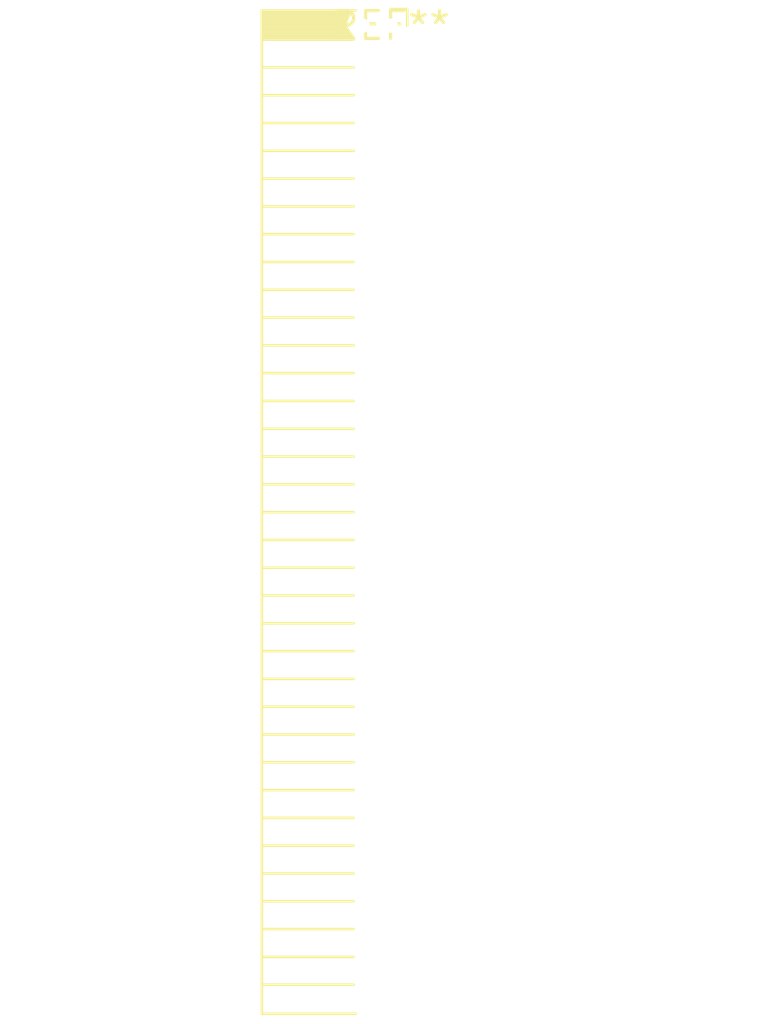
<source format=kicad_pcb>
(kicad_pcb (version 20240108) (generator pcbnew)
  (layers (0 "F.Cu" signal) (31 "B.Cu" signal) (34 "B.Paste" user) (35 "F.Paste" user) (36 "B.SilkS" user "B.Silkscreen") (37 "F.SilkS" user "F.Silkscreen") (38 "B.Mask" user) (39 "F.Mask" user) (44 "Edge.Cuts" user))
  (net 0 "")
  (footprint "PinSocket_2x36_P1.27mm_Horizontal" (layer "F.Cu") (at 0 0)
    (property "Reference" "REF**")
    (property "Value" "PinSocket_2x36_P1.27mm_Horizontal")
    (fp_line (start -5.88 -0.695) (end -5.88 45.145) (layer "F.SilkS") (stroke (width 0.12)))
    (fp_line (start -5.88 -0.695) (end -1.57753 -0.695) (layer "F.SilkS") (stroke (width 0.12)))
    (fp_line (start -5.88 -0.575) (end -1.766966 -0.575) (layer "F.SilkS") (stroke (width 0.12)))
    (fp_line (start -5.88 -0.465) (end -1.871145 -0.465) (layer "F.SilkS") (stroke (width 0.12)))
    (fp_line (start -5.88 -0.355) (end -1.941993 -0.355) (layer "F.SilkS") (stroke (width 0.12)))
    (fp_line (start -5.88 -0.245) (end -1.989427 -0.245) (layer "F.SilkS") (stroke (width 0.12)))
    (fp_line (start -5.88 -0.135) (end -2.017914 -0.135) (layer "F.SilkS") (stroke (width 0.12)))
    (fp_line (start -5.88 -0.025) (end -2.029589 -0.025) (layer "F.SilkS") (stroke (width 0.12)))
    (fp_line (start -5.88 0.085) (end -2.025232 0.085) (layer "F.SilkS") (stroke (width 0.12)))
    (fp_line (start -5.88 0.195) (end -2.004558 0.195) (layer "F.SilkS") (stroke (width 0.12)))
    (fp_line (start -5.88 0.305) (end -1.966114 0.305) (layer "F.SilkS") (stroke (width 0.12)))
    (fp_line (start -5.88 0.415) (end -1.906691 0.415) (layer "F.SilkS") (stroke (width 0.12)))
    (fp_line (start -5.88 0.525) (end -1.819523 0.525) (layer "F.SilkS") (stroke (width 0.12)))
    (fp_line (start -5.88 0.635) (end -1.687582 0.635) (layer "F.SilkS") (stroke (width 0.12)))
    (fp_line (start -5.88 1.905) (end -1.687582 1.905) (layer "F.SilkS") (stroke (width 0.12)))
    (fp_line (start -5.88 3.175) (end -1.687582 3.175) (layer "F.SilkS") (stroke (width 0.12)))
    (fp_line (start -5.88 4.445) (end -1.687582 4.445) (layer "F.SilkS") (stroke (width 0.12)))
    (fp_line (start -5.88 5.715) (end -1.687582 5.715) (layer "F.SilkS") (stroke (width 0.12)))
    (fp_line (start -5.88 6.985) (end -1.687582 6.985) (layer "F.SilkS") (stroke (width 0.12)))
    (fp_line (start -5.88 8.255) (end -1.687582 8.255) (layer "F.SilkS") (stroke (width 0.12)))
    (fp_line (start -5.88 9.525) (end -1.687582 9.525) (layer "F.SilkS") (stroke (width 0.12)))
    (fp_line (start -5.88 10.795) (end -1.687582 10.795) (layer "F.SilkS") (stroke (width 0.12)))
    (fp_line (start -5.88 12.065) (end -1.687582 12.065) (layer "F.SilkS") (stroke (width 0.12)))
    (fp_line (start -5.88 13.335) (end -1.687582 13.335) (layer "F.SilkS") (stroke (width 0.12)))
    (fp_line (start -5.88 14.605) (end -1.687582 14.605) (layer "F.SilkS") (stroke (width 0.12)))
    (fp_line (start -5.88 15.875) (end -1.687582 15.875) (layer "F.SilkS") (stroke (width 0.12)))
    (fp_line (start -5.88 17.145) (end -1.687582 17.145) (layer "F.SilkS") (stroke (width 0.12)))
    (fp_line (start -5.88 18.415) (end -1.687582 18.415) (layer "F.SilkS") (stroke (width 0.12)))
    (fp_line (start -5.88 19.685) (end -1.687582 19.685) (layer "F.SilkS") (stroke (width 0.12)))
    (fp_line (start -5.88 20.955) (end -1.687582 20.955) (layer "F.SilkS") (stroke (width 0.12)))
    (fp_line (start -5.88 22.225) (end -1.687582 22.225) (layer "F.SilkS") (stroke (width 0.12)))
    (fp_line (start -5.88 23.495) (end -1.687582 23.495) (layer "F.SilkS") (stroke (width 0.12)))
    (fp_line (start -5.88 24.765) (end -1.687582 24.765) (layer "F.SilkS") (stroke (width 0.12)))
    (fp_line (start -5.88 26.035) (end -1.687582 26.035) (layer "F.SilkS") (stroke (width 0.12)))
    (fp_line (start -5.88 27.305) (end -1.687582 27.305) (layer "F.SilkS") (stroke (width 0.12)))
    (fp_line (start -5.88 28.575) (end -1.687582 28.575) (layer "F.SilkS") (stroke (width 0.12)))
    (fp_line (start -5.88 29.845) (end -1.687582 29.845) (layer "F.SilkS") (stroke (width 0.12)))
    (fp_line (start -5.88 31.115) (end -1.687582 31.115) (layer "F.SilkS") (stroke (width 0.12)))
    (fp_line (start -5.88 32.385) (end -1.687582 32.385) (layer "F.SilkS") (stroke (width 0.12)))
    (fp_line (start -5.88 33.655) (end -1.687582 33.655) (layer "F.SilkS") (stroke (width 0.12)))
    (fp_line (start -5.88 34.925) (end -1.687582 34.925) (layer "F.SilkS") (stroke (width 0.12)))
    (fp_line (start -5.88 36.195) (end -1.687582 36.195) (layer "F.SilkS") (stroke (width 0.12)))
    (fp_line (start -5.88 37.465) (end -1.687582 37.465) (layer "F.SilkS") (stroke (width 0.12)))
    (fp_line (start -5.88 38.735) (end -1.687582 38.735) (layer "F.SilkS") (stroke (width 0.12)))
    (fp_line (start -5.88 40.005) (end -1.687582 40.005) (layer "F.SilkS") (stroke (width 0.12)))
    (fp_line (start -5.88 41.275) (end -1.687582 41.275) (layer "F.SilkS") (stroke (width 0.12)))
    (fp_line (start -5.88 42.545) (end -1.687582 42.545) (layer "F.SilkS") (stroke (width 0.12)))
    (fp_line (start -5.88 43.815) (end -1.687582 43.815) (layer "F.SilkS") (stroke (width 0.12)))
    (fp_line (start -5.88 45.145) (end -1.57753 45.145) (layer "F.SilkS") (stroke (width 0.12)))
    (fp_line (start 0 -0.76) (end 0.76 -0.76) (layer "F.SilkS") (stroke (width 0.12)))
    (fp_line (start 0.76 -0.76) (end 0.76 0) (layer "F.SilkS") (stroke (width 0.12)))
    (pad "1" thru_hole rect (at 0 0) (size 1 1) (drill 0.65) (layers *.Cu *.Mask) (remove_unused_layers))
    (pad "2" thru_hole oval (at -1.27 0) (size 1 1) (drill 0.65) (layers *.Cu *.Mask) (remove_unused_layers))
    (pad "3" thru_hole oval (at 0 1.27) (size 1 1) (drill 0.65) (layers *.Cu *.Mask) (remove_unused_layers))
    (pad "4" thru_hole oval (at -1.27 1.27) (size 1 1) (drill 0.65) (layers *.Cu *.Mask) (remove_unused_layers))
    (pad "5" thru_hole oval (at 0 2.54) (size 1 1) (drill 0.65) (layers *.Cu *.Mask) (remove_unused_layers))
    (pad "6" thru_hole oval (at -1.27 2.54) (size 1 1) (drill 0.65) (layers *.Cu *.Mask) (remove_unused_layers))
    (pad "7" thru_hole oval (at 0 3.81) (size 1 1) (drill 0.65) (layers *.Cu *.Mask) (remove_unused_layers))
    (pad "8" thru_hole oval (at -1.27 3.81) (size 1 1) (drill 0.65) (layers *.Cu *.Mask) (remove_unused_layers))
    (pad "9" thru_hole oval (at 0 5.08) (size 1 1) (drill 0.65) (layers *.Cu *.Mask) (remove_unused_layers))
    (pad "10" thru_hole oval (at -1.27 5.08) (size 1 1) (drill 0.65) (layers *.Cu *.Mask) (remove_unused_layers))
    (pad "11" thru_hole oval (at 0 6.35) (size 1 1) (drill 0.65) (layers *.Cu *.Mask) (remove_unused_layers))
    (pad "12" thru_hole oval (at -1.27 6.35) (size 1 1) (drill 0.65) (layers *.Cu *.Mask) (remove_unused_layers))
    (pad "13" thru_hole oval (at 0 7.62) (size 1 1) (drill 0.65) (layers *.Cu *.Mask) (remove_unused_layers))
    (pad "14" thru_hole oval (at -1.27 7.62) (size 1 1) (drill 0.65) (layers *.Cu *.Mask) (remove_unused_layers))
    (pad "15" thru_hole oval (at 0 8.89) (size 1 1) (drill 0.65) (layers *.Cu *.Mask) (remove_unused_layers))
    (pad "16" thru_hole oval (at -1.27 8.89) (size 1 1) (drill 0.65) (layers *.Cu *.Mask) (remove_unused_layers))
    (pad "17" thru_hole oval (at 0 10.16) (size 1 1) (drill 0.65) (layers *.Cu *.Mask) (remove_unused_layers))
    (pad "18" thru_hole oval (at -1.27 10.16) (size 1 1) (drill 0.65) (layers *.Cu *.Mask) (remove_unused_layers))
    (pad "19" thru_hole oval (at 0 11.43) (size 1 1) (drill 0.65) (layers *.Cu *.Mask) (remove_unused_layers))
    (pad "20" thru_hole oval (at -1.27 11.43) (size 1 1) (drill 0.65) (layers *.Cu *.Mask) (remove_unused_layers))
    (pad "21" thru_hole oval (at 0 12.7) (size 1 1) (drill 0.65) (layers *.Cu *.Mask) (remove_unused_layers))
    (pad "22" thru_hole oval (at -1.27 12.7) (size 1 1) (drill 0.65) (layers *.Cu *.Mask) (remove_unused_layers))
    (pad "23" thru_hole oval (at 0 13.97) (size 1 1) (drill 0.65) (layers *.Cu *.Mask) (remove_unused_layers))
    (pad "24" thru_hole oval (at -1.27 13.97) (size 1 1) (drill 0.65) (layers *.Cu *.Mask) (remove_unused_layers))
    (pad "25" thru_hole oval (at 0 15.24) (size 1 1) (drill 0.65) (layers *.Cu *.Mask) (remove_unused_layers))
    (pad "26" thru_hole oval (at -1.27 15.24) (size 1 1) (drill 0.65) (layers *.Cu *.Mask) (remove_unused_layers))
    (pad "27" thru_hole oval (at 0 16.51) (size 1 1) (drill 0.65) (layers *.Cu *.Mask) (remove_unused_layers))
    (pad "28" thru_hole oval (at -1.27 16.51) (size 1 1) (drill 0.65) (layers *.Cu *.Mask) (remove_unused_layers))
    (pad "29" thru_hole oval (at 0 17.78) (size 1 1) (drill 0.65) (layers *.Cu *.Mask) (remove_unused_layers))
    (pad "30" thru_hole oval (at -1.27 17.78) (size 1 1) (drill 0.65) (layers *.Cu *.Mask) (remove_unused_layers))
    (pad "31" thru_hole oval (at 0 19.05) (size 1 1) (drill 0.65) (layers *.Cu *.Mask) (remove_unused_layers))
    (pad "32" thru_hole oval (at -1.27 19.05) (size 1 1) (drill 0.65) (layers *.Cu *.Mask) (remove_unused_layers))
    (pad "33" thru_hole oval (at 0 20.32) (size 1 1) (drill 0.65) (layers *.Cu *.Mask) (remove_unused_layers))
    (pad "34" thru_hole oval (at -1.27 20.32) (size 1 1) (drill 0.65) (layers *.Cu *.Mask) (remove_unused_layers))
    (pad "35" thru_hole oval (at 0 21.59) (size 1 1) (drill 0.65) (layers *.Cu *.Mask) (remove_unused_layers))
    (pad "36" thru_hole oval (at -1.27 21.59) (size 1 1) (drill 0.65) (layers *.Cu *.Mask) (remove_unused_layers))
    (pad "37" thru_hole oval (at 0 22.86) (size 1 1) (drill 0.65) (layers *.Cu *.Mask) (remove_unused_layers))
    (pad "38" thru_hole oval (at -1.27 22.86) (size 1 1) (drill 0.65) (layers *.Cu *.Mask) (remove_unused_layers))
    (pad "39" thru_hole oval (at 0 24.13) (size 1 1) (drill 0.65) (layers *.Cu *.Mask) (remove_unused_layers))
    (pad "40" thru_hole oval (at -1.27 24.13) (size 1 1) (drill 0.65) (layers *.Cu *.Mask) (remove_unused_layers))
    (pad "41" thru_hole oval (at 0 25.4) (size 1 1) (drill 0.65) (layers *.Cu *.Mask) (remove_unused_layers))
    (pad "42" thru_hole oval (at -1.27 25.4) (size 1 1) (drill 0.65) (layers *.Cu *.Mask) (remove_unused_layers))
    (pad "43" thru_hole oval (at 0 26.67) (size 1 1) (drill 0.65) (layers *.Cu *.Mask) (remove_unused_layers))
    (pad "44" thru_hole oval (at -1.27 26.67) (size 1 1) (drill 0.65) (layers *.Cu *.Mask) (remove_unused_layers))
    (pad "45" thru_hole oval (at 0 27.94) (size 1 1) (drill 0.65) (layers *.Cu *.Mask) (remove_unused_layers))
    (pad "46" thru_hole oval (at -1.27 27.94) (size 1 1) (drill 0.65) (layers *.Cu *.Mask) (remove_unused_layers))
    (pad "47" thru_hole oval (at 0 29.21) (size 1 1) (drill 0.65) (layers *.Cu *.Mask) (remove_unused_layers))
    (pad "48" thru_hole oval (at -1.27 29.21) (size 1 1) (drill 0.65) (layers *.Cu *.Mask) (remove_unused_layers))
    (pad "49" thru_hole oval (at 0 30.48) (size 1 1) (drill 0.65) (layers *.Cu *.Mask) (remove_unused_layers))
    (pad "50" thru_hole oval (at -1.27 30.48) (size 1 1) (drill 0.65) (layers *.Cu *.Mask) (remove_unused_layers))
    (pad "51" thru_hole oval (at 0 31.75) (size 1 1) (drill 0.65) (layers *.Cu *.Mask) (remove_unused_layers))
    (pad "52" thru_hole oval (at -1.27 31.75) (size 1 1) (drill 0.65) (layers *.Cu *.Mask) (remove_unused_layers))
    (pad "53" thru_hole oval (at 0 33.02) (size 1 1) (drill 0.65) (layers *.Cu *.Mask) (remove_unused_layers))
    (pad "54" thru_hole oval (at -1.27 33.02) (size 1 1) (drill 0.65) (layers *.Cu *.Mask) (remove_unused_layers))
    (pad "55" thru_hole oval (at 0 34.29) (size 1 1) (drill 0.65) (layers *.Cu *.Mask) (remove_unused_layers))
    (pad "56" thru_hole oval (at -1.27 34.29) (size 1 1) (drill 0.65) (layers *.Cu *.Mask) (remove_unused_layers))
    (pad "57" thru_hole oval (at 0 35.56) (size 1 1) (drill 0.65) (layers *.Cu *.Mask) (remove_unused_layers))
    (pad "58" thru_hole oval (at -1.27 35.56) (size 1 1) (drill 0.65) (layers *.Cu *.Mask) (remove_unused_layers))
    (pad "59" thru_hole oval (at 0 36.83) (size 1 1) (drill 0.65) (layers *.Cu *.Mask) (remove_unused_layers))
    (pad "60" thru_hole oval (at -1.27 36.83) (size 1 1) (drill 0.65) (layers *.Cu *.Mask) (remove_unused_layers))
    (pad "61" thru_hole oval (at 0 38.1) (size 1 1) (drill 0.65) (layers *.Cu *.Mask) (remove_unused_layers))
    (pad "62" thru_hole oval (at -1.27 38.1) (size 1 1) (drill 0.65) (layers *.Cu *.Mask) (remove_unused_layers))
    (pad "63" thru_hole oval (at 0 39.37) (size 1 1) (drill 0.65) (layers *.Cu *.Mask) (remove_unused_layers))
    (pad "64" thru_hole oval (at -1.27 39.37) (size 1 1) (drill 0.65) (layers *.Cu *.Mask) (remove_unused_layers))
    (pad "65" thru_hole oval (at 0 40.64) (size 1 1) (drill 0.65) (layers *.Cu *.Mask) (remove_unused_layers))
    (pad "66" thru_hole oval (at -1.27 40.64) (size 1 1) (drill 0.65) (layers *.Cu *.Mask) (remove_unused_layers))
    (pad "67" thru_hole oval (at 0 41.91) (size 1 1) (drill 0.65) (layers *.Cu *.Mask) (remove_unused_layers))
    (pad "68" thru_hole oval (at -1.27 41.91) (size 1 1) (drill 0.65) (layers *.Cu *.Mask) (remove_unused_layers))
    (pad "69" thru_hole oval (at 0 43.18) (size 1 1) (drill 0.65) (layers *.Cu *.Mask) (remove_unused_layers))
    (pad "70" thru_hole oval (at -1.27 43.18) (size 1 1) (drill 0.65) (layers *.Cu *.Mask) (remove_unused_layers))
    (pad "71" thru_hole oval (at 0 44.45) (size 1 1) (drill 0.65) (layers *.Cu *.Mask) (remove_unused_layers))
    (pad "72" thru_hole oval (at -1.27 44.45) (size 1 1) (drill 0.65) (layers *.Cu *.Mask) (remove_unused_layers))
  )
)
</source>
